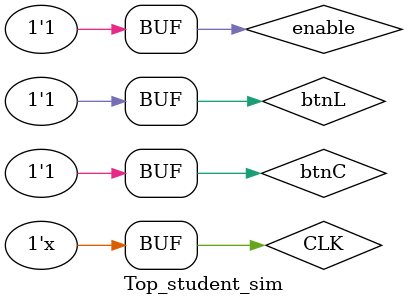
<source format=v>
`timescale 1ns / 1ps

module Top_student_sim(
    );
    reg CLK;
    reg btnL;
    reg btnC;
    reg btnR;
    wire btnLdebounce;
    wire btnCdebounce;
    wire btnRdebounce;
    
    
    switch_debouncer db2(CLK, btnC, btnCdebounce);
    switch_debouncer db3(CLK, btnL, btnLdebounce);
    switch_debouncer db4(CLK, btnR, btnRdebounce);
    wire [1:0] cursor;
    wire [1:0] selected;
    reg enable;
    main_menu mm(enable, btnLdebounce, btnCdebounce, btnRdebounce, cursor, selected);    
    initial begin
        CLK = 0; #30;
        btnL = 0;
        enable = 1;
        #350000000
        btnL = 1;
        #1
        btnL = 0;
        #1
        btnL = 1;
        #1
        btnL = 0;
        #1
        btnL = 1;
        #1000000;
        btnC = 1;
        
    end
    always begin
        #5 CLK = ~CLK;
    end
endmodule

</source>
